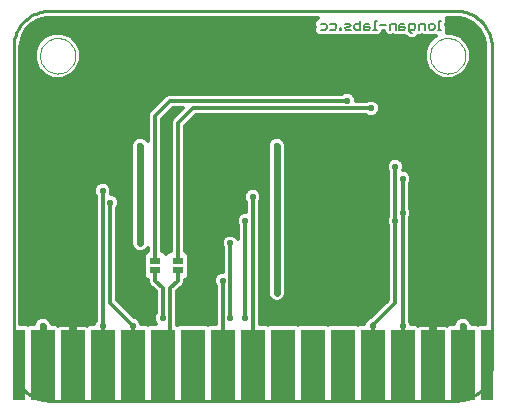
<source format=gbl>
G75*
G70*
%OFA0B0*%
%FSLAX24Y24*%
%IPPOS*%
%LPD*%
%AMOC8*
5,1,8,0,0,1.08239X$1,22.5*
%
%ADD10C,0.0050*%
%ADD11C,0.0100*%
%ADD12R,0.0787X0.2362*%
%ADD13R,0.0394X0.2362*%
%ADD14C,0.0000*%
%ADD15R,0.0350X0.0240*%
%ADD16C,0.0120*%
%ADD17C,0.0220*%
%ADD18C,0.0240*%
D10*
X013515Y012435D02*
X013465Y012485D01*
X013465Y012735D01*
X013616Y012735D01*
X013666Y012685D01*
X013666Y012585D01*
X013616Y012535D01*
X013465Y012535D01*
X013515Y012435D02*
X013566Y012435D01*
X013343Y012585D02*
X013293Y012535D01*
X013143Y012535D01*
X013143Y012685D01*
X013193Y012735D01*
X013293Y012735D01*
X013293Y012635D02*
X013143Y012635D01*
X013293Y012635D02*
X013343Y012585D01*
X013021Y012535D02*
X013021Y012735D01*
X012871Y012735D01*
X012821Y012685D01*
X012821Y012535D01*
X012699Y012685D02*
X012499Y012685D01*
X012377Y012535D02*
X012276Y012535D01*
X012326Y012535D02*
X012326Y012835D01*
X012377Y012835D01*
X012162Y012585D02*
X012112Y012635D01*
X011961Y012635D01*
X011961Y012685D02*
X011961Y012535D01*
X012112Y012535D01*
X012162Y012585D01*
X012112Y012735D02*
X012012Y012735D01*
X011961Y012685D01*
X011839Y012735D02*
X011689Y012735D01*
X011639Y012685D01*
X011639Y012585D01*
X011689Y012535D01*
X011839Y012535D01*
X011839Y012835D01*
X011517Y012685D02*
X011467Y012735D01*
X011317Y012735D01*
X011367Y012635D02*
X011317Y012585D01*
X011367Y012535D01*
X011517Y012535D01*
X011467Y012635D02*
X011517Y012685D01*
X011467Y012635D02*
X011367Y012635D01*
X011195Y012585D02*
X011195Y012535D01*
X011145Y012535D01*
X011145Y012585D01*
X011195Y012585D01*
X011034Y012585D02*
X010984Y012535D01*
X010834Y012535D01*
X010711Y012585D02*
X010661Y012535D01*
X010511Y012535D01*
X010711Y012585D02*
X010711Y012685D01*
X010661Y012735D01*
X010511Y012735D01*
X010834Y012735D02*
X010984Y012735D01*
X011034Y012685D01*
X011034Y012585D01*
X013788Y012535D02*
X013788Y012685D01*
X013838Y012735D01*
X013988Y012735D01*
X013988Y012535D01*
X014110Y012585D02*
X014110Y012685D01*
X014160Y012735D01*
X014260Y012735D01*
X014310Y012685D01*
X014310Y012585D01*
X014260Y012535D01*
X014160Y012535D01*
X014110Y012585D01*
X014425Y012535D02*
X014525Y012535D01*
X014475Y012535D02*
X014475Y012835D01*
X014525Y012835D01*
D11*
X000278Y011956D02*
X000278Y001364D01*
X000280Y001297D01*
X000286Y001230D01*
X000295Y001163D01*
X000308Y001097D01*
X000325Y001032D01*
X000345Y000968D01*
X000369Y000905D01*
X000397Y000843D01*
X000428Y000784D01*
X000462Y000726D01*
X000499Y000670D01*
X000540Y000616D01*
X000583Y000564D01*
X000629Y000515D01*
X000678Y000469D01*
X000730Y000426D01*
X000784Y000385D01*
X000840Y000348D01*
X000898Y000314D01*
X000957Y000283D01*
X001019Y000255D01*
X001082Y000231D01*
X001146Y000211D01*
X001211Y000194D01*
X001277Y000181D01*
X001344Y000172D01*
X001411Y000166D01*
X001478Y000164D01*
X015022Y000164D01*
X015089Y000166D01*
X015156Y000172D01*
X015223Y000181D01*
X015289Y000194D01*
X015354Y000211D01*
X015418Y000231D01*
X015481Y000255D01*
X015543Y000283D01*
X015602Y000314D01*
X015660Y000348D01*
X015716Y000385D01*
X015770Y000426D01*
X015822Y000469D01*
X015871Y000515D01*
X015917Y000564D01*
X015960Y000616D01*
X016001Y000670D01*
X016038Y000726D01*
X016072Y000784D01*
X016103Y000843D01*
X016131Y000905D01*
X016155Y000968D01*
X016175Y001032D01*
X016192Y001097D01*
X016205Y001163D01*
X016214Y001230D01*
X016220Y001297D01*
X016222Y001364D01*
X016222Y011956D01*
X016220Y012023D01*
X016214Y012090D01*
X016205Y012157D01*
X016192Y012223D01*
X016175Y012288D01*
X016155Y012352D01*
X016131Y012415D01*
X016103Y012477D01*
X016072Y012536D01*
X016038Y012594D01*
X016001Y012650D01*
X015960Y012704D01*
X015917Y012756D01*
X015871Y012805D01*
X015822Y012851D01*
X015770Y012894D01*
X015716Y012935D01*
X015660Y012972D01*
X015602Y013006D01*
X015543Y013037D01*
X015481Y013065D01*
X015418Y013089D01*
X015354Y013109D01*
X015289Y013126D01*
X015223Y013139D01*
X015156Y013148D01*
X015089Y013154D01*
X015022Y013156D01*
X001478Y013156D01*
X001411Y013154D01*
X001344Y013148D01*
X001277Y013139D01*
X001211Y013126D01*
X001146Y013109D01*
X001082Y013089D01*
X001019Y013065D01*
X000957Y013037D01*
X000898Y013006D01*
X000840Y012972D01*
X000784Y012935D01*
X000730Y012894D01*
X000678Y012851D01*
X000629Y012805D01*
X000583Y012756D01*
X000540Y012704D01*
X000499Y012650D01*
X000462Y012594D01*
X000428Y012536D01*
X000397Y012477D01*
X000369Y012415D01*
X000345Y012352D01*
X000325Y012288D01*
X000308Y012223D01*
X000295Y012157D01*
X000286Y012090D01*
X000280Y012023D01*
X000278Y011956D01*
D12*
X001250Y001348D03*
X002250Y001348D03*
X003250Y001348D03*
X004250Y001348D03*
X005250Y001348D03*
X006250Y001348D03*
X007250Y001348D03*
X008250Y001348D03*
X009250Y001348D03*
X010250Y001348D03*
X011250Y001348D03*
X012250Y001348D03*
X013250Y001348D03*
X014250Y001348D03*
X015250Y001348D03*
D13*
X016045Y001348D03*
X000455Y001348D03*
D14*
X001159Y011660D02*
X001161Y011708D01*
X001167Y011756D01*
X001177Y011803D01*
X001190Y011849D01*
X001208Y011894D01*
X001228Y011938D01*
X001253Y011980D01*
X001281Y012019D01*
X001311Y012056D01*
X001345Y012090D01*
X001382Y012122D01*
X001420Y012151D01*
X001461Y012176D01*
X001504Y012198D01*
X001549Y012216D01*
X001595Y012230D01*
X001642Y012241D01*
X001690Y012248D01*
X001738Y012251D01*
X001786Y012250D01*
X001834Y012245D01*
X001882Y012236D01*
X001928Y012224D01*
X001973Y012207D01*
X002017Y012187D01*
X002059Y012164D01*
X002099Y012137D01*
X002137Y012107D01*
X002172Y012074D01*
X002204Y012038D01*
X002234Y012000D01*
X002260Y011959D01*
X002282Y011916D01*
X002302Y011872D01*
X002317Y011827D01*
X002329Y011780D01*
X002337Y011732D01*
X002341Y011684D01*
X002341Y011636D01*
X002337Y011588D01*
X002329Y011540D01*
X002317Y011493D01*
X002302Y011448D01*
X002282Y011404D01*
X002260Y011361D01*
X002234Y011320D01*
X002204Y011282D01*
X002172Y011246D01*
X002137Y011213D01*
X002099Y011183D01*
X002059Y011156D01*
X002017Y011133D01*
X001973Y011113D01*
X001928Y011096D01*
X001882Y011084D01*
X001834Y011075D01*
X001786Y011070D01*
X001738Y011069D01*
X001690Y011072D01*
X001642Y011079D01*
X001595Y011090D01*
X001549Y011104D01*
X001504Y011122D01*
X001461Y011144D01*
X001420Y011169D01*
X001382Y011198D01*
X001345Y011230D01*
X001311Y011264D01*
X001281Y011301D01*
X001253Y011340D01*
X001228Y011382D01*
X001208Y011426D01*
X001190Y011471D01*
X001177Y011517D01*
X001167Y011564D01*
X001161Y011612D01*
X001159Y011660D01*
X014159Y011660D02*
X014161Y011708D01*
X014167Y011756D01*
X014177Y011803D01*
X014190Y011849D01*
X014208Y011894D01*
X014228Y011938D01*
X014253Y011980D01*
X014281Y012019D01*
X014311Y012056D01*
X014345Y012090D01*
X014382Y012122D01*
X014420Y012151D01*
X014461Y012176D01*
X014504Y012198D01*
X014549Y012216D01*
X014595Y012230D01*
X014642Y012241D01*
X014690Y012248D01*
X014738Y012251D01*
X014786Y012250D01*
X014834Y012245D01*
X014882Y012236D01*
X014928Y012224D01*
X014973Y012207D01*
X015017Y012187D01*
X015059Y012164D01*
X015099Y012137D01*
X015137Y012107D01*
X015172Y012074D01*
X015204Y012038D01*
X015234Y012000D01*
X015260Y011959D01*
X015282Y011916D01*
X015302Y011872D01*
X015317Y011827D01*
X015329Y011780D01*
X015337Y011732D01*
X015341Y011684D01*
X015341Y011636D01*
X015337Y011588D01*
X015329Y011540D01*
X015317Y011493D01*
X015302Y011448D01*
X015282Y011404D01*
X015260Y011361D01*
X015234Y011320D01*
X015204Y011282D01*
X015172Y011246D01*
X015137Y011213D01*
X015099Y011183D01*
X015059Y011156D01*
X015017Y011133D01*
X014973Y011113D01*
X014928Y011096D01*
X014882Y011084D01*
X014834Y011075D01*
X014786Y011070D01*
X014738Y011069D01*
X014690Y011072D01*
X014642Y011079D01*
X014595Y011090D01*
X014549Y011104D01*
X014504Y011122D01*
X014461Y011144D01*
X014420Y011169D01*
X014382Y011198D01*
X014345Y011230D01*
X014311Y011264D01*
X014281Y011301D01*
X014253Y011340D01*
X014228Y011382D01*
X014208Y011426D01*
X014190Y011471D01*
X014177Y011517D01*
X014167Y011564D01*
X014161Y011612D01*
X014159Y011660D01*
D15*
X005750Y004810D03*
X005750Y004510D03*
X005000Y004510D03*
X005000Y004810D03*
D16*
X005000Y009660D01*
X005500Y010160D01*
X011400Y010160D01*
X011637Y010334D02*
X015992Y010334D01*
X015992Y010452D02*
X000508Y010452D01*
X000508Y010334D02*
X005334Y010334D01*
X005364Y010363D02*
X005297Y010296D01*
X004797Y009796D01*
X004760Y009708D01*
X004760Y008816D01*
X004754Y008830D01*
X004670Y008914D01*
X004560Y008960D01*
X004440Y008960D01*
X004330Y008914D01*
X004246Y008830D01*
X004200Y008720D01*
X004200Y005350D01*
X004246Y005240D01*
X004330Y005156D01*
X004440Y005110D01*
X004560Y005110D01*
X004670Y005156D01*
X004754Y005240D01*
X004760Y005254D01*
X004760Y005140D01*
X004725Y005140D01*
X004620Y005035D01*
X004620Y004285D01*
X004725Y004180D01*
X004760Y004180D01*
X004760Y004112D01*
X004797Y004024D01*
X004864Y003957D01*
X005010Y003811D01*
X005010Y003080D01*
X005004Y003074D01*
X004960Y002968D01*
X004960Y002852D01*
X005004Y002746D01*
X005041Y002709D01*
X004782Y002709D01*
X004750Y002678D01*
X004718Y002709D01*
X004540Y002709D01*
X004540Y002718D01*
X004496Y002824D01*
X004414Y002906D01*
X004308Y002950D01*
X004299Y002950D01*
X003740Y003509D01*
X003740Y006590D01*
X003746Y006596D01*
X003790Y006702D01*
X003790Y006818D01*
X003746Y006924D01*
X003664Y007006D01*
X003558Y007050D01*
X003518Y007050D01*
X003540Y007102D01*
X003540Y007218D01*
X003496Y007324D01*
X003414Y007406D01*
X003308Y007450D01*
X003192Y007450D01*
X003086Y007406D01*
X003004Y007324D01*
X002960Y007218D01*
X002960Y007102D01*
X003004Y006996D01*
X003010Y006990D01*
X003010Y002830D01*
X003004Y002824D01*
X002960Y002718D01*
X002960Y002709D01*
X002782Y002709D01*
X002734Y002662D01*
X002705Y002678D01*
X002665Y002689D01*
X002310Y002689D01*
X002310Y001408D01*
X002190Y001408D01*
X002190Y002689D01*
X001835Y002689D01*
X001795Y002678D01*
X001766Y002662D01*
X001718Y002709D01*
X001550Y002709D01*
X001550Y002720D01*
X001504Y002830D01*
X001420Y002914D01*
X001310Y002960D01*
X001190Y002960D01*
X001080Y002914D01*
X000996Y002830D01*
X000950Y002720D01*
X000950Y002709D01*
X000782Y002709D01*
X000754Y002681D01*
X000726Y002709D01*
X000508Y002709D01*
X000508Y011956D01*
X000516Y012083D01*
X000581Y012327D01*
X000708Y012547D01*
X000887Y012726D01*
X001106Y012852D01*
X001351Y012918D01*
X001478Y012926D01*
X010412Y012926D01*
X010306Y012820D01*
X010306Y012650D01*
X010321Y012635D01*
X010306Y012620D01*
X010306Y012450D01*
X010426Y012330D01*
X010746Y012330D01*
X010747Y012331D01*
X010749Y012330D01*
X011280Y012330D01*
X011281Y012331D01*
X011282Y012330D01*
X011282Y012330D01*
X011282Y012330D01*
X011368Y012330D01*
X011602Y012330D01*
X011603Y012331D01*
X011604Y012330D01*
X011604Y012330D01*
X011604Y012330D01*
X011690Y012330D01*
X012461Y012330D01*
X012581Y012450D01*
X012581Y012480D01*
X012616Y012480D01*
X012616Y012450D01*
X012736Y012330D01*
X012906Y012330D01*
X012921Y012345D01*
X012936Y012330D01*
X013330Y012330D01*
X013381Y012280D01*
X013431Y012230D01*
X013650Y012230D01*
X013751Y012330D01*
X013873Y012330D01*
X013888Y012345D01*
X013903Y012330D01*
X014073Y012330D01*
X014074Y012331D01*
X014075Y012330D01*
X014075Y012330D01*
X014075Y012330D01*
X014161Y012330D01*
X014354Y012330D01*
X014314Y012313D01*
X014097Y012096D01*
X013979Y011813D01*
X013979Y011507D01*
X014097Y011224D01*
X014314Y011007D01*
X014597Y010889D01*
X014903Y010889D01*
X015186Y011007D01*
X015403Y011224D01*
X015521Y011507D01*
X015521Y011813D01*
X015403Y012096D01*
X015186Y012313D01*
X014903Y012431D01*
X014710Y012431D01*
X014730Y012450D01*
X014730Y012620D01*
X014680Y012670D01*
X014680Y012700D01*
X014730Y012750D01*
X014730Y012920D01*
X014724Y012926D01*
X015022Y012926D01*
X015149Y012918D01*
X015394Y012852D01*
X015613Y012726D01*
X015792Y012547D01*
X015919Y012327D01*
X015984Y012083D01*
X015992Y011956D01*
X015992Y002709D01*
X015774Y002709D01*
X015746Y002681D01*
X015718Y002709D01*
X015550Y002709D01*
X015550Y002720D01*
X015504Y002830D01*
X015420Y002914D01*
X015310Y002960D01*
X015190Y002960D01*
X015080Y002914D01*
X014996Y002830D01*
X014950Y002720D01*
X014950Y002709D01*
X014782Y002709D01*
X014734Y002662D01*
X014705Y002678D01*
X014665Y002689D01*
X014310Y002689D01*
X014310Y001408D01*
X014190Y001408D01*
X014190Y002689D01*
X013835Y002689D01*
X013795Y002678D01*
X013766Y002662D01*
X013718Y002709D01*
X013540Y002709D01*
X013540Y002718D01*
X013496Y002824D01*
X013490Y002830D01*
X013490Y006240D01*
X013496Y006246D01*
X013540Y006352D01*
X013540Y006468D01*
X013496Y006574D01*
X013490Y006580D01*
X013490Y007390D01*
X013496Y007396D01*
X013540Y007502D01*
X013540Y007618D01*
X013496Y007724D01*
X013414Y007806D01*
X013308Y007850D01*
X013268Y007850D01*
X013290Y007902D01*
X013290Y008018D01*
X013246Y008124D01*
X013164Y008206D01*
X013058Y008250D01*
X012942Y008250D01*
X012836Y008206D01*
X012754Y008124D01*
X012710Y008018D01*
X012710Y007902D01*
X012754Y007796D01*
X012760Y007790D01*
X012760Y006330D01*
X012754Y006324D01*
X012710Y006218D01*
X012710Y006102D01*
X012754Y005996D01*
X012760Y005990D01*
X012760Y003509D01*
X012201Y002950D01*
X012192Y002950D01*
X012086Y002906D01*
X012004Y002824D01*
X011960Y002718D01*
X011960Y002709D01*
X011782Y002709D01*
X011750Y002678D01*
X011718Y002709D01*
X010782Y002709D01*
X010750Y002678D01*
X010718Y002709D01*
X009782Y002709D01*
X009750Y002678D01*
X009718Y002709D01*
X008782Y002709D01*
X008750Y002678D01*
X008718Y002709D01*
X008490Y002709D01*
X008490Y006790D01*
X008496Y006796D01*
X008540Y006902D01*
X008540Y007018D01*
X008496Y007124D01*
X008414Y007206D01*
X008308Y007250D01*
X008192Y007250D01*
X008086Y007206D01*
X008004Y007124D01*
X007960Y007018D01*
X007960Y006902D01*
X008004Y006796D01*
X008010Y006790D01*
X008010Y006450D01*
X007942Y006450D01*
X007836Y006406D01*
X007754Y006324D01*
X007710Y006218D01*
X007710Y006102D01*
X007754Y005996D01*
X007760Y005990D01*
X007760Y005540D01*
X007746Y005574D01*
X007664Y005656D01*
X007558Y005700D01*
X007442Y005700D01*
X007336Y005656D01*
X007254Y005574D01*
X007210Y005468D01*
X007210Y005352D01*
X007254Y005246D01*
X007260Y005240D01*
X007260Y004450D01*
X007192Y004450D01*
X007086Y004406D01*
X007004Y004324D01*
X006960Y004218D01*
X006960Y004102D01*
X007004Y003996D01*
X007010Y003990D01*
X007010Y002709D01*
X006782Y002709D01*
X006750Y002678D01*
X006718Y002709D01*
X005782Y002709D01*
X005750Y002678D01*
X005740Y002688D01*
X005740Y003811D01*
X005886Y003957D01*
X005953Y004024D01*
X005990Y004112D01*
X005990Y004180D01*
X006025Y004180D01*
X006130Y004285D01*
X006130Y005035D01*
X006025Y005140D01*
X005990Y005140D01*
X005990Y009311D01*
X006349Y009670D01*
X012030Y009670D01*
X012036Y009664D01*
X012142Y009620D01*
X012258Y009620D01*
X012364Y009664D01*
X012446Y009746D01*
X012490Y009852D01*
X012490Y009968D01*
X012446Y010074D01*
X012364Y010156D01*
X012258Y010200D01*
X012142Y010200D01*
X012036Y010156D01*
X012030Y010150D01*
X011690Y010150D01*
X011690Y010218D01*
X011646Y010324D01*
X011564Y010406D01*
X011458Y010450D01*
X011342Y010450D01*
X011236Y010406D01*
X011230Y010400D01*
X005452Y010400D01*
X005364Y010363D01*
X005216Y010215D02*
X000508Y010215D01*
X000508Y010097D02*
X005097Y010097D01*
X004979Y009978D02*
X000508Y009978D01*
X000508Y009860D02*
X004860Y009860D01*
X004774Y009741D02*
X000508Y009741D01*
X000508Y009623D02*
X004760Y009623D01*
X004760Y009504D02*
X000508Y009504D01*
X000508Y009386D02*
X004760Y009386D01*
X004760Y009267D02*
X000508Y009267D01*
X000508Y009149D02*
X004760Y009149D01*
X004760Y009030D02*
X000508Y009030D01*
X000508Y008912D02*
X004327Y008912D01*
X004230Y008793D02*
X000508Y008793D01*
X000508Y008675D02*
X004200Y008675D01*
X004200Y008556D02*
X000508Y008556D01*
X000508Y008438D02*
X004200Y008438D01*
X004200Y008319D02*
X000508Y008319D01*
X000508Y008201D02*
X004200Y008201D01*
X004200Y008082D02*
X000508Y008082D01*
X000508Y007964D02*
X004200Y007964D01*
X004200Y007845D02*
X000508Y007845D01*
X000508Y007727D02*
X004200Y007727D01*
X004200Y007608D02*
X000508Y007608D01*
X000508Y007490D02*
X004200Y007490D01*
X004200Y007371D02*
X003449Y007371D01*
X003526Y007253D02*
X004200Y007253D01*
X004200Y007134D02*
X003540Y007134D01*
X003641Y007016D02*
X004200Y007016D01*
X004200Y006897D02*
X003757Y006897D01*
X003790Y006779D02*
X004200Y006779D01*
X004200Y006660D02*
X003772Y006660D01*
X003740Y006541D02*
X004200Y006541D01*
X004200Y006423D02*
X003740Y006423D01*
X003740Y006304D02*
X004200Y006304D01*
X004200Y006186D02*
X003740Y006186D01*
X003740Y006067D02*
X004200Y006067D01*
X004200Y005949D02*
X003740Y005949D01*
X003740Y005830D02*
X004200Y005830D01*
X004200Y005712D02*
X003740Y005712D01*
X003740Y005593D02*
X004200Y005593D01*
X004200Y005475D02*
X003740Y005475D01*
X003740Y005356D02*
X004200Y005356D01*
X004248Y005238D02*
X003740Y005238D01*
X003740Y005119D02*
X004417Y005119D01*
X004583Y005119D02*
X004705Y005119D01*
X004752Y005238D02*
X004760Y005238D01*
X004620Y005001D02*
X003740Y005001D01*
X003740Y004882D02*
X004620Y004882D01*
X004620Y004764D02*
X003740Y004764D01*
X003740Y004645D02*
X004620Y004645D01*
X004620Y004527D02*
X003740Y004527D01*
X003740Y004408D02*
X004620Y004408D01*
X004620Y004290D02*
X003740Y004290D01*
X003740Y004171D02*
X004760Y004171D01*
X004785Y004053D02*
X003740Y004053D01*
X003740Y003934D02*
X004886Y003934D01*
X005005Y003816D02*
X003740Y003816D01*
X003740Y003697D02*
X005010Y003697D01*
X005010Y003579D02*
X003740Y003579D01*
X003789Y003460D02*
X005010Y003460D01*
X005010Y003342D02*
X003907Y003342D01*
X004026Y003223D02*
X005010Y003223D01*
X005010Y003105D02*
X004144Y003105D01*
X004263Y002986D02*
X004968Y002986D01*
X004960Y002868D02*
X004452Y002868D01*
X004527Y002749D02*
X005003Y002749D01*
X005250Y002910D02*
X005250Y003910D01*
X005000Y004160D01*
X005000Y004510D01*
X005375Y005040D02*
X005275Y005140D01*
X005240Y005140D01*
X005240Y009561D01*
X005599Y009920D01*
X005921Y009920D01*
X005547Y009546D01*
X005510Y009458D01*
X005510Y009362D01*
X005510Y005140D01*
X005475Y005140D01*
X005375Y005040D01*
X005295Y005119D02*
X005455Y005119D01*
X005510Y005238D02*
X005240Y005238D01*
X005240Y005356D02*
X005510Y005356D01*
X005510Y005475D02*
X005240Y005475D01*
X005240Y005593D02*
X005510Y005593D01*
X005510Y005712D02*
X005240Y005712D01*
X005240Y005830D02*
X005510Y005830D01*
X005510Y005949D02*
X005240Y005949D01*
X005240Y006067D02*
X005510Y006067D01*
X005510Y006186D02*
X005240Y006186D01*
X005240Y006304D02*
X005510Y006304D01*
X005510Y006423D02*
X005240Y006423D01*
X005240Y006541D02*
X005510Y006541D01*
X005510Y006660D02*
X005240Y006660D01*
X005240Y006779D02*
X005510Y006779D01*
X005510Y006897D02*
X005240Y006897D01*
X005240Y007016D02*
X005510Y007016D01*
X005510Y007134D02*
X005240Y007134D01*
X005240Y007253D02*
X005510Y007253D01*
X005510Y007371D02*
X005240Y007371D01*
X005240Y007490D02*
X005510Y007490D01*
X005510Y007608D02*
X005240Y007608D01*
X005240Y007727D02*
X005510Y007727D01*
X005510Y007845D02*
X005240Y007845D01*
X005240Y007964D02*
X005510Y007964D01*
X005510Y008082D02*
X005240Y008082D01*
X005240Y008201D02*
X005510Y008201D01*
X005510Y008319D02*
X005240Y008319D01*
X005240Y008438D02*
X005510Y008438D01*
X005510Y008556D02*
X005240Y008556D01*
X005240Y008675D02*
X005510Y008675D01*
X005510Y008793D02*
X005240Y008793D01*
X005240Y008912D02*
X005510Y008912D01*
X005510Y009030D02*
X005240Y009030D01*
X005240Y009149D02*
X005510Y009149D01*
X005510Y009267D02*
X005240Y009267D01*
X005240Y009386D02*
X005510Y009386D01*
X005529Y009504D02*
X005240Y009504D01*
X005302Y009623D02*
X005623Y009623D01*
X005742Y009741D02*
X005420Y009741D01*
X005539Y009860D02*
X005860Y009860D01*
X006250Y009910D02*
X005750Y009410D01*
X005750Y004810D01*
X005750Y004510D02*
X005750Y004160D01*
X005500Y003910D01*
X005500Y001460D01*
X005362Y001460D01*
X005250Y001348D01*
X004250Y001348D02*
X004250Y002660D01*
X003500Y003410D01*
X003500Y006760D01*
X003250Y007160D02*
X003250Y002660D01*
X003250Y001348D01*
X002310Y001446D02*
X002190Y001446D01*
X002190Y001564D02*
X002310Y001564D01*
X002310Y001683D02*
X002190Y001683D01*
X002190Y001801D02*
X002310Y001801D01*
X002310Y001920D02*
X002190Y001920D01*
X002190Y002038D02*
X002310Y002038D01*
X002310Y002157D02*
X002190Y002157D01*
X002190Y002275D02*
X002310Y002275D01*
X002310Y002394D02*
X002190Y002394D01*
X002190Y002512D02*
X002310Y002512D01*
X002310Y002631D02*
X002190Y002631D01*
X001538Y002749D02*
X002973Y002749D01*
X003010Y002868D02*
X001466Y002868D01*
X001034Y002868D02*
X000508Y002868D01*
X000508Y002986D02*
X003010Y002986D01*
X003010Y003105D02*
X000508Y003105D01*
X000508Y003223D02*
X003010Y003223D01*
X003010Y003342D02*
X000508Y003342D01*
X000508Y003460D02*
X003010Y003460D01*
X003010Y003579D02*
X000508Y003579D01*
X000508Y003697D02*
X003010Y003697D01*
X003010Y003816D02*
X000508Y003816D01*
X000508Y003934D02*
X003010Y003934D01*
X003010Y004053D02*
X000508Y004053D01*
X000508Y004171D02*
X003010Y004171D01*
X003010Y004290D02*
X000508Y004290D01*
X000508Y004408D02*
X003010Y004408D01*
X003010Y004527D02*
X000508Y004527D01*
X000508Y004645D02*
X003010Y004645D01*
X003010Y004764D02*
X000508Y004764D01*
X000508Y004882D02*
X003010Y004882D01*
X003010Y005001D02*
X000508Y005001D01*
X000508Y005119D02*
X003010Y005119D01*
X003010Y005238D02*
X000508Y005238D01*
X000508Y005356D02*
X003010Y005356D01*
X003010Y005475D02*
X000508Y005475D01*
X000508Y005593D02*
X003010Y005593D01*
X003010Y005712D02*
X000508Y005712D01*
X000508Y005830D02*
X003010Y005830D01*
X003010Y005949D02*
X000508Y005949D01*
X000508Y006067D02*
X003010Y006067D01*
X003010Y006186D02*
X000508Y006186D01*
X000508Y006304D02*
X003010Y006304D01*
X003010Y006423D02*
X000508Y006423D01*
X000508Y006541D02*
X003010Y006541D01*
X003010Y006660D02*
X000508Y006660D01*
X000508Y006779D02*
X003010Y006779D01*
X003010Y006897D02*
X000508Y006897D01*
X000508Y007016D02*
X002996Y007016D01*
X002960Y007134D02*
X000508Y007134D01*
X000508Y007253D02*
X002974Y007253D01*
X003051Y007371D02*
X000508Y007371D01*
X000508Y010571D02*
X015992Y010571D01*
X015992Y010689D02*
X000508Y010689D01*
X000508Y010808D02*
X015992Y010808D01*
X015992Y010926D02*
X014992Y010926D01*
X015224Y011045D02*
X015992Y011045D01*
X015992Y011163D02*
X015343Y011163D01*
X015427Y011282D02*
X015992Y011282D01*
X015992Y011400D02*
X015476Y011400D01*
X015521Y011519D02*
X015992Y011519D01*
X015992Y011637D02*
X015521Y011637D01*
X015521Y011756D02*
X015992Y011756D01*
X015992Y011874D02*
X015495Y011874D01*
X015446Y011993D02*
X015990Y011993D01*
X015977Y012111D02*
X015389Y012111D01*
X015270Y012230D02*
X015945Y012230D01*
X015907Y012348D02*
X015103Y012348D01*
X014730Y012467D02*
X015838Y012467D01*
X015754Y012585D02*
X014730Y012585D01*
X014683Y012704D02*
X015635Y012704D01*
X015446Y012822D02*
X014730Y012822D01*
X014230Y012230D02*
X002270Y012230D01*
X002186Y012313D02*
X001903Y012431D01*
X001597Y012431D01*
X001314Y012313D01*
X001097Y012096D01*
X000979Y011813D01*
X000979Y011507D01*
X001097Y011224D01*
X001314Y011007D01*
X001597Y010889D01*
X001903Y010889D01*
X002186Y011007D01*
X002403Y011224D01*
X002521Y011507D01*
X002521Y011813D01*
X002403Y012096D01*
X002186Y012313D01*
X002103Y012348D02*
X010408Y012348D01*
X010306Y012467D02*
X000662Y012467D01*
X000593Y012348D02*
X001397Y012348D01*
X001230Y012230D02*
X000555Y012230D01*
X000523Y012111D02*
X001111Y012111D01*
X001054Y011993D02*
X000510Y011993D01*
X000508Y011874D02*
X001005Y011874D01*
X000979Y011756D02*
X000508Y011756D01*
X000508Y011637D02*
X000979Y011637D01*
X000979Y011519D02*
X000508Y011519D01*
X000508Y011400D02*
X001024Y011400D01*
X001073Y011282D02*
X000508Y011282D01*
X000508Y011163D02*
X001157Y011163D01*
X001276Y011045D02*
X000508Y011045D01*
X000508Y010926D02*
X001508Y010926D01*
X001992Y010926D02*
X014508Y010926D01*
X014276Y011045D02*
X002224Y011045D01*
X002343Y011163D02*
X014157Y011163D01*
X014073Y011282D02*
X002427Y011282D01*
X002476Y011400D02*
X014024Y011400D01*
X013979Y011519D02*
X002521Y011519D01*
X002521Y011637D02*
X013979Y011637D01*
X013979Y011756D02*
X002521Y011756D01*
X002495Y011874D02*
X014005Y011874D01*
X014054Y011993D02*
X002446Y011993D01*
X002389Y012111D02*
X014111Y012111D01*
X012718Y012348D02*
X012479Y012348D01*
X012581Y012467D02*
X012616Y012467D01*
X010306Y012585D02*
X000746Y012585D01*
X000865Y012704D02*
X010306Y012704D01*
X010308Y012822D02*
X001054Y012822D01*
X004673Y008912D02*
X004760Y008912D01*
X005990Y008912D02*
X008877Y008912D01*
X008880Y008914D02*
X008796Y008830D01*
X008750Y008720D01*
X008750Y003700D01*
X008796Y003590D01*
X008880Y003506D01*
X008990Y003460D01*
X009110Y003460D01*
X009220Y003506D01*
X009304Y003590D01*
X009350Y003700D01*
X009350Y008720D01*
X009304Y008830D01*
X009220Y008914D01*
X009110Y008960D01*
X008990Y008960D01*
X008880Y008914D01*
X008780Y008793D02*
X005990Y008793D01*
X005990Y008675D02*
X008750Y008675D01*
X008750Y008556D02*
X005990Y008556D01*
X005990Y008438D02*
X008750Y008438D01*
X008750Y008319D02*
X005990Y008319D01*
X005990Y008201D02*
X008750Y008201D01*
X008750Y008082D02*
X005990Y008082D01*
X005990Y007964D02*
X008750Y007964D01*
X008750Y007845D02*
X005990Y007845D01*
X005990Y007727D02*
X008750Y007727D01*
X008750Y007608D02*
X005990Y007608D01*
X005990Y007490D02*
X008750Y007490D01*
X008750Y007371D02*
X005990Y007371D01*
X005990Y007253D02*
X008750Y007253D01*
X008750Y007134D02*
X008486Y007134D01*
X008540Y007016D02*
X008750Y007016D01*
X008750Y006897D02*
X008538Y006897D01*
X008490Y006779D02*
X008750Y006779D01*
X008750Y006660D02*
X008490Y006660D01*
X008490Y006541D02*
X008750Y006541D01*
X008750Y006423D02*
X008490Y006423D01*
X008490Y006304D02*
X008750Y006304D01*
X008750Y006186D02*
X008490Y006186D01*
X008490Y006067D02*
X008750Y006067D01*
X008750Y005949D02*
X008490Y005949D01*
X008490Y005830D02*
X008750Y005830D01*
X008750Y005712D02*
X008490Y005712D01*
X008490Y005593D02*
X008750Y005593D01*
X008750Y005475D02*
X008490Y005475D01*
X008490Y005356D02*
X008750Y005356D01*
X008750Y005238D02*
X008490Y005238D01*
X008490Y005119D02*
X008750Y005119D01*
X008750Y005001D02*
X008490Y005001D01*
X008490Y004882D02*
X008750Y004882D01*
X008750Y004764D02*
X008490Y004764D01*
X008490Y004645D02*
X008750Y004645D01*
X008750Y004527D02*
X008490Y004527D01*
X008490Y004408D02*
X008750Y004408D01*
X008750Y004290D02*
X008490Y004290D01*
X008490Y004171D02*
X008750Y004171D01*
X008750Y004053D02*
X008490Y004053D01*
X008490Y003934D02*
X008750Y003934D01*
X008750Y003816D02*
X008490Y003816D01*
X008490Y003697D02*
X008751Y003697D01*
X008807Y003579D02*
X008490Y003579D01*
X008490Y003460D02*
X008989Y003460D01*
X009111Y003460D02*
X012711Y003460D01*
X012760Y003579D02*
X009293Y003579D01*
X009349Y003697D02*
X012760Y003697D01*
X012760Y003816D02*
X009350Y003816D01*
X009350Y003934D02*
X012760Y003934D01*
X012760Y004053D02*
X009350Y004053D01*
X009350Y004171D02*
X012760Y004171D01*
X012760Y004290D02*
X009350Y004290D01*
X009350Y004408D02*
X012760Y004408D01*
X012760Y004527D02*
X009350Y004527D01*
X009350Y004645D02*
X012760Y004645D01*
X012760Y004764D02*
X009350Y004764D01*
X009350Y004882D02*
X012760Y004882D01*
X012760Y005001D02*
X009350Y005001D01*
X009350Y005119D02*
X012760Y005119D01*
X012760Y005238D02*
X009350Y005238D01*
X009350Y005356D02*
X012760Y005356D01*
X012760Y005475D02*
X009350Y005475D01*
X009350Y005593D02*
X012760Y005593D01*
X012760Y005712D02*
X009350Y005712D01*
X009350Y005830D02*
X012760Y005830D01*
X012760Y005949D02*
X009350Y005949D01*
X009350Y006067D02*
X012724Y006067D01*
X012710Y006186D02*
X009350Y006186D01*
X009350Y006304D02*
X012746Y006304D01*
X012760Y006423D02*
X009350Y006423D01*
X009350Y006541D02*
X012760Y006541D01*
X012760Y006660D02*
X009350Y006660D01*
X009350Y006779D02*
X012760Y006779D01*
X012760Y006897D02*
X009350Y006897D01*
X009350Y007016D02*
X012760Y007016D01*
X012760Y007134D02*
X009350Y007134D01*
X009350Y007253D02*
X012760Y007253D01*
X012760Y007371D02*
X009350Y007371D01*
X009350Y007490D02*
X012760Y007490D01*
X012760Y007608D02*
X009350Y007608D01*
X009350Y007727D02*
X012760Y007727D01*
X012734Y007845D02*
X009350Y007845D01*
X009350Y007964D02*
X012710Y007964D01*
X012737Y008082D02*
X009350Y008082D01*
X009350Y008201D02*
X012830Y008201D01*
X013000Y007960D02*
X013000Y006160D01*
X013000Y003410D01*
X012300Y002710D01*
X012250Y002710D01*
X012250Y002660D01*
X012250Y001348D01*
X013250Y001348D02*
X013250Y002660D01*
X013250Y006210D01*
X013250Y006410D01*
X013250Y007560D01*
X013535Y007490D02*
X015992Y007490D01*
X015992Y007608D02*
X013540Y007608D01*
X013494Y007727D02*
X015992Y007727D01*
X015992Y007845D02*
X013320Y007845D01*
X013290Y007964D02*
X015992Y007964D01*
X015992Y008082D02*
X013263Y008082D01*
X013170Y008201D02*
X015992Y008201D01*
X015992Y008319D02*
X009350Y008319D01*
X009350Y008438D02*
X015992Y008438D01*
X015992Y008556D02*
X009350Y008556D01*
X009350Y008675D02*
X015992Y008675D01*
X015992Y008793D02*
X009320Y008793D01*
X009223Y008912D02*
X015992Y008912D01*
X015992Y009030D02*
X005990Y009030D01*
X005990Y009149D02*
X015992Y009149D01*
X015992Y009267D02*
X005990Y009267D01*
X006065Y009386D02*
X015992Y009386D01*
X015992Y009504D02*
X006183Y009504D01*
X006302Y009623D02*
X012136Y009623D01*
X012264Y009623D02*
X015992Y009623D01*
X015992Y009741D02*
X012441Y009741D01*
X012490Y009860D02*
X015992Y009860D01*
X015992Y009978D02*
X012486Y009978D01*
X012424Y010097D02*
X015992Y010097D01*
X015992Y010215D02*
X011690Y010215D01*
X012200Y009910D02*
X006250Y009910D01*
X005990Y007134D02*
X008014Y007134D01*
X007960Y007016D02*
X005990Y007016D01*
X005990Y006897D02*
X007962Y006897D01*
X008010Y006779D02*
X005990Y006779D01*
X005990Y006660D02*
X008010Y006660D01*
X008010Y006541D02*
X005990Y006541D01*
X005990Y006423D02*
X007877Y006423D01*
X007746Y006304D02*
X005990Y006304D01*
X005990Y006186D02*
X007710Y006186D01*
X007724Y006067D02*
X005990Y006067D01*
X005990Y005949D02*
X007760Y005949D01*
X007760Y005830D02*
X005990Y005830D01*
X005990Y005712D02*
X007760Y005712D01*
X007760Y005593D02*
X007727Y005593D01*
X007500Y005410D02*
X007500Y002910D01*
X007010Y002868D02*
X005740Y002868D01*
X005740Y002986D02*
X007010Y002986D01*
X007010Y003105D02*
X005740Y003105D01*
X005740Y003223D02*
X007010Y003223D01*
X007010Y003342D02*
X005740Y003342D01*
X005740Y003460D02*
X007010Y003460D01*
X007010Y003579D02*
X005740Y003579D01*
X005740Y003697D02*
X007010Y003697D01*
X007010Y003816D02*
X005745Y003816D01*
X005864Y003934D02*
X007010Y003934D01*
X006980Y004053D02*
X005965Y004053D01*
X005990Y004171D02*
X006960Y004171D01*
X006990Y004290D02*
X006130Y004290D01*
X006130Y004408D02*
X007092Y004408D01*
X007260Y004527D02*
X006130Y004527D01*
X006130Y004645D02*
X007260Y004645D01*
X007260Y004764D02*
X006130Y004764D01*
X006130Y004882D02*
X007260Y004882D01*
X007260Y005001D02*
X006130Y005001D01*
X006045Y005119D02*
X007260Y005119D01*
X007260Y005238D02*
X005990Y005238D01*
X005990Y005356D02*
X007210Y005356D01*
X007213Y005475D02*
X005990Y005475D01*
X005990Y005593D02*
X007273Y005593D01*
X008000Y006160D02*
X008000Y002910D01*
X008490Y002868D02*
X012048Y002868D01*
X011973Y002749D02*
X008490Y002749D01*
X008490Y002986D02*
X012237Y002986D01*
X012356Y003105D02*
X008490Y003105D01*
X008490Y003223D02*
X012474Y003223D01*
X012593Y003342D02*
X008490Y003342D01*
X007250Y004160D02*
X007250Y001348D01*
X008250Y001348D02*
X008250Y006960D01*
X007010Y002749D02*
X005740Y002749D01*
X000962Y002749D02*
X000508Y002749D01*
X013490Y002868D02*
X015034Y002868D01*
X014962Y002749D02*
X013527Y002749D01*
X013490Y002986D02*
X015992Y002986D01*
X015992Y002868D02*
X015466Y002868D01*
X015538Y002749D02*
X015992Y002749D01*
X015992Y003105D02*
X013490Y003105D01*
X013490Y003223D02*
X015992Y003223D01*
X015992Y003342D02*
X013490Y003342D01*
X013490Y003460D02*
X015992Y003460D01*
X015992Y003579D02*
X013490Y003579D01*
X013490Y003697D02*
X015992Y003697D01*
X015992Y003816D02*
X013490Y003816D01*
X013490Y003934D02*
X015992Y003934D01*
X015992Y004053D02*
X013490Y004053D01*
X013490Y004171D02*
X015992Y004171D01*
X015992Y004290D02*
X013490Y004290D01*
X013490Y004408D02*
X015992Y004408D01*
X015992Y004527D02*
X013490Y004527D01*
X013490Y004645D02*
X015992Y004645D01*
X015992Y004764D02*
X013490Y004764D01*
X013490Y004882D02*
X015992Y004882D01*
X015992Y005001D02*
X013490Y005001D01*
X013490Y005119D02*
X015992Y005119D01*
X015992Y005238D02*
X013490Y005238D01*
X013490Y005356D02*
X015992Y005356D01*
X015992Y005475D02*
X013490Y005475D01*
X013490Y005593D02*
X015992Y005593D01*
X015992Y005712D02*
X013490Y005712D01*
X013490Y005830D02*
X015992Y005830D01*
X015992Y005949D02*
X013490Y005949D01*
X013490Y006067D02*
X015992Y006067D01*
X015992Y006186D02*
X013490Y006186D01*
X013520Y006304D02*
X015992Y006304D01*
X015992Y006423D02*
X013540Y006423D01*
X013509Y006541D02*
X015992Y006541D01*
X015992Y006660D02*
X013490Y006660D01*
X013490Y006779D02*
X015992Y006779D01*
X015992Y006897D02*
X013490Y006897D01*
X013490Y007016D02*
X015992Y007016D01*
X015992Y007134D02*
X013490Y007134D01*
X013490Y007253D02*
X015992Y007253D01*
X015992Y007371D02*
X013490Y007371D01*
X014190Y002631D02*
X014310Y002631D01*
X014310Y002512D02*
X014190Y002512D01*
X014190Y002394D02*
X014310Y002394D01*
X014310Y002275D02*
X014190Y002275D01*
X014190Y002157D02*
X014310Y002157D01*
X014310Y002038D02*
X014190Y002038D01*
X014190Y001920D02*
X014310Y001920D01*
X014310Y001801D02*
X014190Y001801D01*
X014190Y001683D02*
X014310Y001683D01*
X014310Y001564D02*
X014190Y001564D01*
X014190Y001446D02*
X014310Y001446D01*
D17*
X015250Y002660D03*
X015750Y002910D03*
X014500Y002910D03*
X013750Y002910D03*
X013250Y002660D03*
X012250Y002660D03*
X012500Y004410D03*
X014000Y004410D03*
X015700Y004410D03*
X015650Y005760D03*
X015500Y007410D03*
X015650Y009060D03*
X014200Y009610D03*
X013700Y008560D03*
X013000Y007960D03*
X013250Y007560D03*
X012550Y008410D03*
X012200Y009910D03*
X012300Y010410D03*
X012950Y010460D03*
X011400Y010160D03*
X011250Y011910D03*
X009000Y012410D03*
X007750Y012410D03*
X006750Y010910D03*
X005500Y012410D03*
X004250Y012410D03*
X005350Y009410D03*
X004500Y008660D03*
X003950Y008910D03*
X003250Y007910D03*
X003250Y007160D03*
X003500Y006760D03*
X004000Y005660D03*
X004500Y005410D03*
X005400Y005660D03*
X005400Y006910D03*
X007000Y005660D03*
X007500Y005410D03*
X007000Y004910D03*
X007250Y004160D03*
X006250Y004160D03*
X006450Y002860D03*
X007500Y002910D03*
X008000Y002910D03*
X009050Y003760D03*
X009800Y002860D03*
X008000Y006160D03*
X008250Y006960D03*
X008300Y007660D03*
X009050Y008660D03*
X009500Y006910D03*
X012000Y006910D03*
X013000Y006160D03*
X013250Y006410D03*
X013750Y006260D03*
X009000Y010910D03*
X002500Y005660D03*
X000750Y005660D03*
X001000Y007410D03*
X002250Y008410D03*
X000750Y008910D03*
X000750Y002910D03*
X001250Y002660D03*
X002000Y002910D03*
X002750Y002910D03*
X003250Y002660D03*
X004250Y002660D03*
X005250Y002910D03*
D18*
X004500Y005410D02*
X004500Y008660D01*
X009050Y008660D02*
X009050Y003760D01*
X015250Y002660D02*
X015250Y001348D01*
X001250Y001348D02*
X001250Y002660D01*
M02*

</source>
